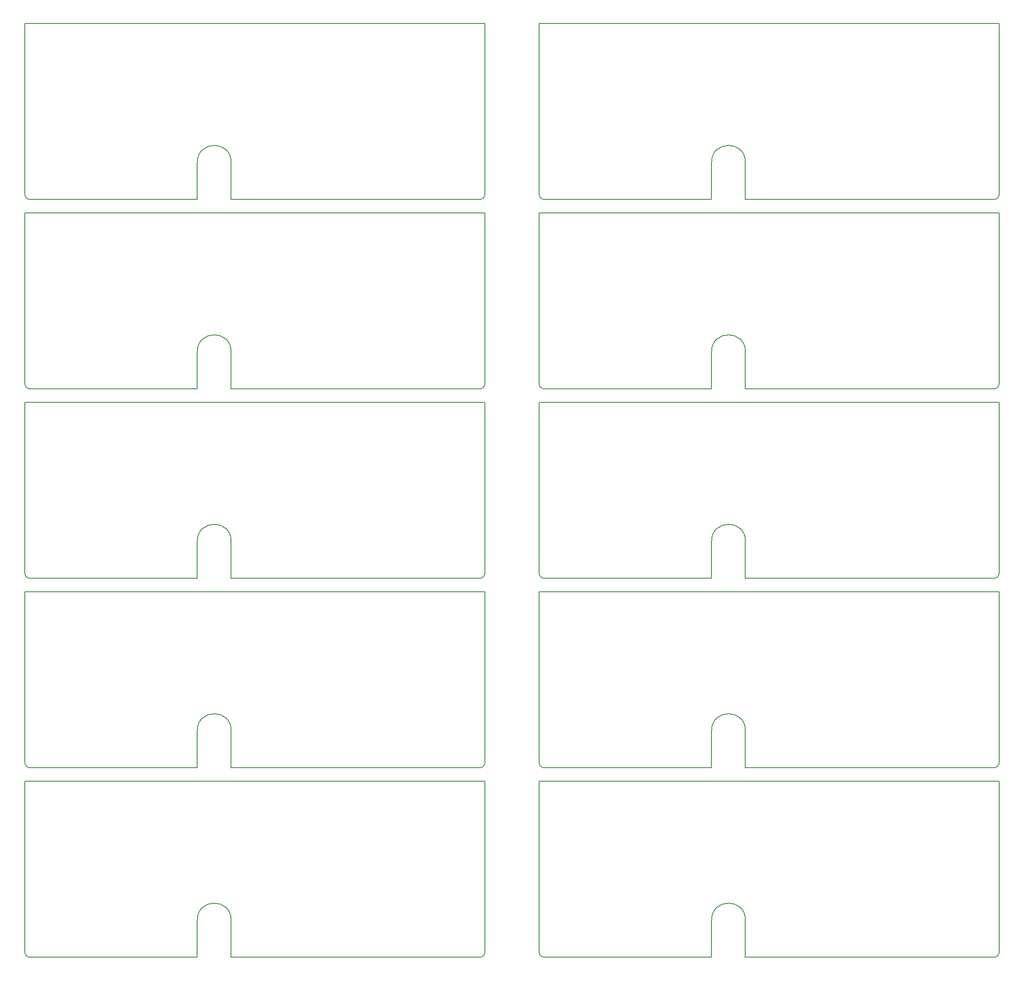
<source format=gko>
G04*
G04 #@! TF.GenerationSoftware,Altium Limited,Altium Designer,24.5.2 (23)*
G04*
G04 Layer_Color=16711935*
%FSLAX25Y25*%
%MOIN*%
G70*
G04*
G04 #@! TF.SameCoordinates,ABFB3A1E-B083-4CA8-929D-C611416AE9B3*
G04*
G04*
G04 #@! TF.FilePolarity,Positive*
G04*
G01*
G75*
%ADD75C,0.00600*%
D75*
X47500Y51500D02*
G03*
X51500Y47500I4000J0D01*
G01*
X200000Y75000D02*
G03*
X175000Y75000I-12500J0D01*
G01*
X383500Y47500D02*
G03*
X387500Y51500I0J4000D01*
G01*
X47500D02*
Y177500D01*
X387500D01*
Y51500D02*
Y177500D01*
X200000Y47500D02*
Y75000D01*
Y47500D02*
X383500D01*
X51500D02*
X175000D01*
Y75000D01*
X427500Y51500D02*
G03*
X431500Y47500I4000J0D01*
G01*
X580000Y75000D02*
G03*
X555000Y75000I-12500J0D01*
G01*
X763500Y47500D02*
G03*
X767500Y51500I0J4000D01*
G01*
X427500D02*
Y177500D01*
X767500D01*
Y51500D02*
Y177500D01*
X580000Y47500D02*
Y75000D01*
Y47500D02*
X763500D01*
X431500D02*
X555000D01*
Y75000D01*
X47500Y191500D02*
G03*
X51500Y187500I4000J0D01*
G01*
X200000Y215000D02*
G03*
X175000Y215000I-12500J0D01*
G01*
X383500Y187500D02*
G03*
X387500Y191500I0J4000D01*
G01*
X47500D02*
Y317500D01*
X387500D01*
Y191500D02*
Y317500D01*
X200000Y187500D02*
Y215000D01*
Y187500D02*
X383500D01*
X51500D02*
X175000D01*
Y215000D01*
X427500Y191500D02*
G03*
X431500Y187500I4000J0D01*
G01*
X580000Y215000D02*
G03*
X555000Y215000I-12500J0D01*
G01*
X763500Y187500D02*
G03*
X767500Y191500I0J4000D01*
G01*
X427500D02*
Y317500D01*
X767500D01*
Y191500D02*
Y317500D01*
X580000Y187500D02*
Y215000D01*
Y187500D02*
X763500D01*
X431500D02*
X555000D01*
Y215000D01*
X47500Y331500D02*
G03*
X51500Y327500I4000J0D01*
G01*
X200000Y355000D02*
G03*
X175000Y355000I-12500J0D01*
G01*
X383500Y327500D02*
G03*
X387500Y331500I0J4000D01*
G01*
X47500D02*
Y457500D01*
X387500D01*
Y331500D02*
Y457500D01*
X200000Y327500D02*
Y355000D01*
Y327500D02*
X383500D01*
X51500D02*
X175000D01*
Y355000D01*
X427500Y331500D02*
G03*
X431500Y327500I4000J0D01*
G01*
X580000Y355000D02*
G03*
X555000Y355000I-12500J0D01*
G01*
X763500Y327500D02*
G03*
X767500Y331500I0J4000D01*
G01*
X427500D02*
Y457500D01*
X767500D01*
Y331500D02*
Y457500D01*
X580000Y327500D02*
Y355000D01*
Y327500D02*
X763500D01*
X431500D02*
X555000D01*
Y355000D01*
X47500Y471500D02*
G03*
X51500Y467500I4000J0D01*
G01*
X200000Y495000D02*
G03*
X175000Y495000I-12500J0D01*
G01*
X383500Y467500D02*
G03*
X387500Y471500I0J4000D01*
G01*
X47500D02*
Y597500D01*
X387500D01*
Y471500D02*
Y597500D01*
X200000Y467500D02*
Y495000D01*
Y467500D02*
X383500D01*
X51500D02*
X175000D01*
Y495000D01*
X427500Y471500D02*
G03*
X431500Y467500I4000J0D01*
G01*
X580000Y495000D02*
G03*
X555000Y495000I-12500J0D01*
G01*
X763500Y467500D02*
G03*
X767500Y471500I0J4000D01*
G01*
X427500D02*
Y597500D01*
X767500D01*
Y471500D02*
Y597500D01*
X580000Y467500D02*
Y495000D01*
Y467500D02*
X763500D01*
X431500D02*
X555000D01*
Y495000D01*
X47500Y611500D02*
G03*
X51500Y607500I4000J0D01*
G01*
X200000Y635000D02*
G03*
X175000Y635000I-12500J0D01*
G01*
X383500Y607500D02*
G03*
X387500Y611500I0J4000D01*
G01*
X47500D02*
Y737500D01*
X387500D01*
Y611500D02*
Y737500D01*
X200000Y607500D02*
Y635000D01*
Y607500D02*
X383500D01*
X51500D02*
X175000D01*
Y635000D01*
X427500Y611500D02*
G03*
X431500Y607500I4000J0D01*
G01*
X580000Y635000D02*
G03*
X555000Y635000I-12500J0D01*
G01*
X763500Y607500D02*
G03*
X767500Y611500I0J4000D01*
G01*
X427500D02*
Y737500D01*
X767500D01*
Y611500D02*
Y737500D01*
X580000Y607500D02*
Y635000D01*
Y607500D02*
X763500D01*
X431500D02*
X555000D01*
Y635000D01*
M02*

</source>
